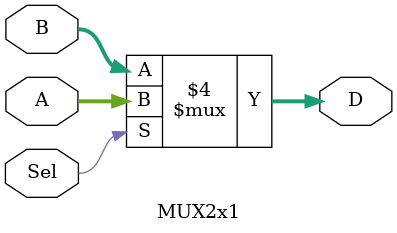
<source format=v>
`timescale 1ns / 1ps


module MUX2x1 #(parameter DATAWIDTH = 8)(A, B, Sel, D);

input [DATAWIDTH-1:0] A, B;
input Sel;
output reg [DATAWIDTH-1:0] D;

always @(A, B, Sel) begin
    if(Sel == 1)
        D <= A;
    else
        D <= B;
end
endmodule

</source>
